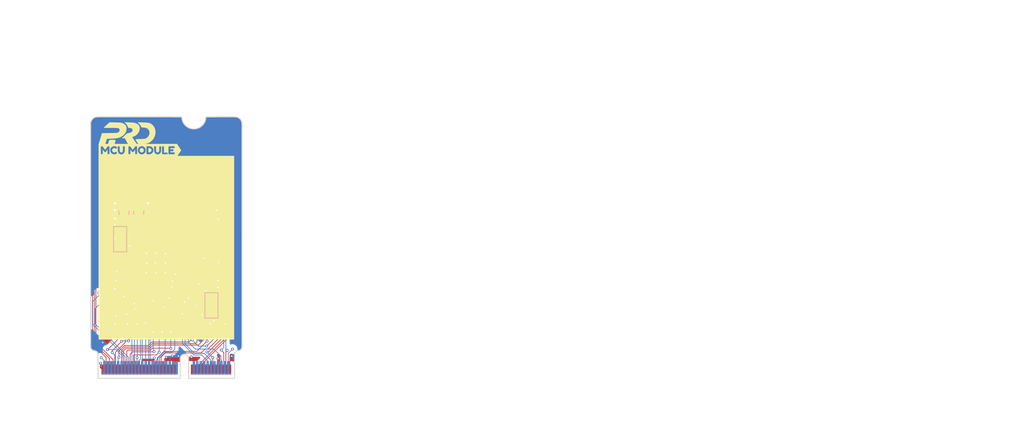
<source format=kicad_pcb>
(kicad_pcb (version 20221018) (generator pcbnew)
  (layers (0 "F.Cu" signal "Top") (1 "In1.Cu" signal) (2 "In2.Cu" signal) (31 "B.Cu" signal "Bottom") (34 "B.Paste" user) (35 "F.Paste" user) (36 "B.SilkS" user "B.Silkscreen") (37 "F.SilkS" user "F.Silkscreen") (38 "B.Mask" user) (39 "F.Mask" user) (44 "Edge.Cuts" user))
  (net 0 "")
  (net 1 "+3.3V")
  (net 2 "GND")
  (net 3 "/G5")
  (net 4 "/~{RESET}")
  (net 5 "/G6")
  (net 6 "/G7")
  (net 7 "/G8")
  (net 8 "/G9-CAM_HSYNC")
  (net 9 "/G10-CAM_VSYNC")
  (net 10 "/SPI_CIPO-LED_CLK")
  (net 11 "/SPI_COPI-LED_DAT")
  (net 12 "/SPI_SCK")
  (net 13 "/~{SPI_CS}")
  (net 14 "/G4")
  (net 15 "/G3")
  (net 16 "/G2")
  (net 17 "/CAN-TX")
  (net 18 "/G1")
  (net 19 "/CAN-RX")
  (net 20 "/UART_RX1")
  (net 21 "/UART_TX1")
  (net 22 "/I2C_SCL")
  (net 23 "/I2C_SDA")
  (net 24 "/~{BOOT}")
  (net 25 "/USB_D-")
  (net 26 "/USB_D+")
  (net 50 "/G12")
  (net 52 "/G13")
  (net 54 "/G14")
  (net 55 "/G15")
  (net 56 "/G16")
  (net 57 "/G17")
  (net 58 "/G18")
  (net 59 "/G19")
  (net 60 "/G20")
  (net 61 "/G21")
  (footprint "SparkFun_MicroMod_ESP32:M.2-CARD-E-22" (layer "F.Cu") (at 127.2611 122.905617)
    (fp_text reference "J1" hide)
    (fp_text value "MICROMOD-2222" hide)
  )
  (footprint "SparkFun_MicroMod_ESP32:ORDERING_INSTRUCTIONS" (layer "F.Cu") (at 150.2442 81.2342)
    (fp_text reference "LOGO1" hide)
    (fp_text value "SPECIAL_INSTRUCTIONS-ORDERING" hide)
  )
  (footprint "SparkFun_MicroMod_ESP32:CREATIVE_COMMONS" (layer "F.Cu") (at 166.6631 82.8842)
    (fp_text reference "FRAME1" hide)
    (fp_text value "FRAME-LEDGER" hide)
  )
  (footprint "kibuzzard-652F57BF" (layer "F.Cu") (at 123.42 89.76)
    (fp_text reference "kibuzzard-652F57BF" hide)
    (fp_text value "G***" hide)
  )
  (footprint "PCM_Espressif:ESP32-S3-WROOM-1" (layer "F.Cu") (at 127.27 106.67)
    (fp_text reference "U1" hide)
    (fp_text value "ESP32-S3-WROOM-1" hide)
  )
  (footprint "LOGO" (layer "F.Cu") (at 121.561914 87.265822)
    (fp_text reference "G***" hide)
    (fp_text value "LOGO" hide)
  )
  (footprint "Capacitor_SMD:C_0805_2012Metric_Pad1.18x1.45mm_HandSolder" (layer "B.Cu") (at 123.24 98.8375 90)
    (fp_text reference "C1" hide)
    (fp_text value "100nF" hide)
  )
  (footprint "PCM_Resistor_SMD_AKL:R_0805_2012Metric_Pad1.15x1.40mm_HandSolder" (layer "B.Cu") (at 120.55 102.68 90)
    (fp_text reference "R1" hide)
    (fp_text value "10K")
  )
  (footprint "Capacitor_SMD:C_0805_2012Metric_Pad1.18x1.45mm_HandSolder" (layer "B.Cu") (at 121.1 98.86 90)
    (fp_text reference "C2" hide)
    (fp_text value "10uF")
  )
  (footprint "PCM_Resistor_SMD_AKL:R_0805_2012Metric_Pad1.15x1.40mm_HandSolder" (layer "B.Cu") (at 133.82 112.31 -90)
    (fp_text reference "R2" hide)
    (fp_text value "10K")
  )
  (gr_rect (start 117.47 90.63) (end 137.06 117.22) (stroke (width 0.12)) (fill solid) (layer "F.SilkS"))
  (gr_line (start 137.1861 122.905617) (end 130.4861 122.905617) (stroke (width 0.127)) (layer "Edge.Cuts"))
  (gr_line (start 129.2861 120.005617) (end 129.2861 122.905617) (stroke (width 0.127)) (layer "Edge.Cuts"))
  (gr_line (start 117.3361 122.905617) (end 117.3361 119.405617) (stroke (width 0.127)) (layer "Edge.Cuts"))
  (gr_arc (start 116.8611 118.905617) (mid 117.194341 119.064663) (end 117.3361 119.405618) (stroke (width 0.127)) (layer "Edge.Cuts"))
  (gr_arc (start 116.2611 85.905617) (mid 116.5611 85.205618) (end 117.261099 84.905618) (stroke (width 0.127)) (layer "Edge.Cuts"))
  (gr_arc (start 138.261099 118.305618) (mid 138.080461 118.724979) (end 137.6611 118.905617) (stroke (width 0.127)) (layer "Edge.Cuts"))
  (gr_line (start 116.2611 101.905617) (end 116.2611 118.305617) (stroke (width 0.127)) (layer "Edge.Cuts"))
  (gr_line (start 138.2611 101.905617) (end 138.2611 118.305617) (stroke (width 0.127)) (layer "Edge.Cuts"))
  (gr_arc (start 133.0111 84.905617) (mid 131.2611 86.655617) (end 129.5111 84.905617) (stroke (width 0.127)) (layer "Edge.Cuts"))
  (gr_arc (start 137.1861 119.405617) (mid 137.326444 119.063319) (end 137.6611 118.905617) (stroke (width 0.127)) (layer "Edge.Cuts"))
  (gr_arc (start 129.2861 120.005617) (mid 129.8861 119.405617) (end 130.4861 120.005617) (stroke (width 0.127)) (layer "Edge.Cuts"))
  (gr_line (start 137.1861 119.405617) (end 137.1861 122.905617) (stroke (width 0.127)) (layer "Edge.Cuts"))
  (gr_line (start 129.5111 84.905617) (end 117.2611 84.905617) (stroke (width 0.127)) (layer "Edge.Cuts"))
  (gr_line (start 130.4861 120.005617) (end 130.4861 122.905617) (stroke (width 0.127)) (layer "Edge.Cuts"))
  (gr_arc (start 116.861098 118.905617) (mid 116.441737 118.724978) (end 116.2611 118.305617) (stroke (width 0.127)) (layer "Edge.Cuts"))
  (gr_line (start 137.2611 84.905617) (end 133.0111 84.905617) (stroke (width 0.127)) (layer "Edge.Cuts"))
  (gr_arc (start 137.2611 84.905617) (mid 137.9611 85.205617) (end 138.2611 85.905617) (stroke (width 0.127)) (layer "Edge.Cuts"))
  (gr_line (start 117.3361 122.905617) (end 129.2861 122.905617) (stroke (width 0.127)) (layer "Edge.Cuts"))
  (gr_line (start 116.2611 85.905617) (end 116.2611 101.905617) (stroke (width 0.127)) (layer "Edge.Cuts"))
  (gr_line (start 138.2611 85.905617) (end 138.2611 101.905617) (stroke (width 0.127)) (layer "Edge.Cuts"))
  (segment (start 119.82 99.68) (end 119.83 99.69) (width 0.2) (layer "F.Cu") (net 1))
  (segment (start 118.52 99.68) (end 119.82 99.68) (width 0.2) (layer "F.Cu") (net 1))
  (via (at 117.8 119.91) (size 0.4) (drill 0.2) (layers "F.Cu" "B.Cu") (net 1))
  (via (at 119.83 99.69) (size 0.5) (drill 0.3) (layers "F.Cu" "B.Cu") (net 1))
  (via (at 121.9 103.68) (size 0.4) (drill 0.2) (layers "F.Cu" "B.Cu") (net 1))
  (via (at 132.97 110.19) (size 0.4) (drill 0.2) (layers "F.Cu" "B.Cu") (net 1))
  (via (at 136.88 118.66) (size 0.4) (drill 0.2) (layers "F.Cu" "B.Cu") (net 1))
  (segment (start 123.2425 99.6275) (end 123.27 99.655) (width 0.2) (layer "B.Cu") (net 1))
  (segment (start 121.13 99.6275) (end 123.2425 99.6275) (width 0.2) (layer "B.Cu") (net 1))
  (segment (start 133.82 111.04) (end 132.97 110.19) (width 0.2) (layer "B.Cu") (net 1))
  (segment (start 120.9275 99.69) (end 120.98 99.6375) (width 0.2) (layer "B.Cu") (net 1))
  (segment (start 121.9 103.68) (end 121.875 103.705) (width 0.2) (layer "B.Cu") (net 1))
  (segment (start 133.82 111.285) (end 133.82 111.04) (width 0.1) (layer "B.Cu") (net 1))
  (segment (start 117.8 119.91) (end 118.2611 120.3711) (width 0.1) (layer "B.Cu") (net 1))
  (segment (start 118.2611 120.3711) (end 118.2611 121.380617) (width 0.1) (layer "B.Cu") (net 1))
  (segment (start 121.875 103.705) (end 120.55 103.705) (width 0.2) (layer "B.Cu") (net 1))
  (segment (start 136.2611 119.2789) (end 136.88 118.66) (width 0.1) (layer "B.Cu") (net 1))
  (segment (start 136.2611 121.380617) (end 136.2611 119.2789) (width 0.1) (layer "B.Cu") (net 1))
  (segment (start 119.83 99.69) (end 120.9275 99.69) (width 0.2) (layer "B.Cu") (net 1))
  (segment (start 134.65 98.41) (end 136.02 98.41) (width 0.1) (layer "F.Cu") (net 2))
  (segment (start 134.77 120.05) (end 135.0111 120.2911) (width 0.1) (layer "F.Cu") (net 2))
  (segment (start 127.11 104.74) (end 127.14 104.77) (width 0.2) (layer "F.Cu") (net 2))
  (segment (start 134.61 98.45) (end 134.65 98.41) (width 0.1) (layer "F.Cu") (net 2))
  (segment (start 125.5111 120.8889) (end 125.5111 121.630617) (width 0.1) (layer "F.Cu") (net 2))
  (segment (start 124.38 106.12) (end 124.37 106.13) (width 0.2) (layer "F.Cu") (net 2))
  (segment (start 127.14 104.77) (end 127.14 106.1) (width 0.2) (layer "F.Cu") (net 2))
  (segment (start 125.51 119.95) (end 125.51 120.8878) (width 0.1) (layer "F.Cu") (net 2))
  (segment (start 128.5111 120.1789) (end 128.5111 121.630617) (width 0.1) (layer "F.Cu") (net 2))
  (segment (start 127.25 119.84) (end 127.0111 120.0789) (width 0.1) (layer "F.Cu") (net 2))
  (segment (start 124.38 104.72) (end 125.76 104.72) (width 0.2) (layer "F.Cu") (net 2))
  (segment (start 124.37 107.53) (end 124.37 106.2) (width 0.2) (layer "F.Cu") (net 2))
  (segment (start 124.42 107.58) (end 124.37 107.53) (width 0.2) (layer "F.Cu") (net 2))
  (segment (start 125.76 104.72) (end 125.77 104.73) (width 0.2) (layer "F.Cu") (net 2))
  (segment (start 125.65 106.16) (end 125.68 106.13) (width 0.2) (layer "F.Cu") (net 2))
  (segment (start 124.37 106.2) (end 124.41 106.16) (width 0.2) (layer "F.Cu") (net 2))
  (segment (start 129.02 119.67) (end 128.5111 120.1789) (width 0.1) (layer "F.Cu") (net 2))
  (segment (start 127.17 107.53) (end 125.85 107.53) (width 0.2) (layer "F.Cu") (net 2))
  (segment (start 125.68 106.13) (end 125.68 107.44) (width 0.2) (layer "F.Cu") (net 2))
  (segment (start 125.68 106.13) (end 127.17 106.13) (width 0.2) (layer "F.Cu") (net 2))
  (segment (start 125.85 107.53) (end 125.8 107.58) (width 0.2) (layer "F.Cu") (net 2))
  (segment (start 117.7 121.319517) (end 118.0111 121.630617) (width 0.2) (layer "F.Cu") (net 2))
  (segment (start 119.79 98.44) (end 118.55 98.44) (width 0.2) (layer "F.Cu") (net 2))
  (segment (start 136.5111 119.9389) (end 136.5111 121.630617) (width 0.1) (layer "F.Cu") (net 2))
  (segment (start 124.38 104.72) (end 124.38 106.12) (width 0.2) (layer "F.Cu") (net 2))
  (segment (start 127.0111 120.0789) (end 127.0111 121.630617) (width 0.1) (layer "F.Cu") (net 2))
  (segment (start 136.77 119.68) (end 136.5111 119.9389) (width 0.1) (layer "F.Cu") (net 2))
  (segment (start 127.17 106.13) (end 127.17 107.53) (width 0.2) (layer "F.Cu") (net 2))
  (segment (start 125.51 120.8878) (end 125.5111 120.8889) (width 0.1) (layer "F.Cu") (net 2))
  (segment (start 125.77 106.13) (end 125.77 104.73) (width 0.2) (layer "F.Cu") (net 2))
  (segment (start 124.41 106.16) (end 125.65 106.16) (width 0.2) (layer "F.Cu") (net 2))
  (segment (start 125.68 107.44) (end 125.77 107.53) (width 0.2) (layer "F.Cu") (net 2))
  (segment (start 127.14 106.1) (end 127.17 106.13) (width 0.2) (layer "F.Cu") (net 2))
  (segment (start 135.0111 120.2911) (end 135.0111 121.630617) (width 0.1) (layer "F.Cu") (net 2))
  (segment (start 125.8 107.58) (end 124.42 107.58) (width 0.2) (layer "F.Cu") (net 2))
  (segment (start 118.55 98.44) (end 118.52 98.41) (width 0.2) (layer "F.Cu") (net 2))
  (segment (start 117.7 120.73) (end 117.7 121.319517) (width 0.2) (layer "F.Cu") (net 2))
  (segment (start 125.79 104.74) (end 127.11 104.74) (width 0.2) (layer "F.Cu") (net 2))
  (via (at 124.38 104.72) (size 0.4) (drill 0.2) (layers "F.Cu" "B.Cu") (net 2))
  (via (at 125.79 104.74) (size 0.4) (drill 0.2) (layers "F.Cu" "B.Cu") (net 2))
  (via (at 125.51 119.95) (size 0.4) (drill 0.2) (layers "F.Cu" "B.Cu") (net 2))
  (via (at 128.13 119.66) (size 0.4) (drill 0.2) (layers "F.Cu" "B.Cu") (net 2))
  (via (at 127.14 104.77) (size 0.4) (drill 0.2) (layers "F.Cu" "B.Cu") (net 2))
  (via (at 127.14 107.53) (size 0.4) (drill 0.2) (layers "F.Cu" "B.Cu") (net 2))
  (via (at 136.77 119.68) (size 0.4) (drill 0.2) (layers "F.Cu" "B.Cu") (net 2))
  (via (at 124.41 106.16) (size 0.4) (drill 0.2) (layers "F.Cu" "B.Cu") (net 2))
  (via (at 134.61 98.45) (size 0.4) (drill 0.2) (layers "F.Cu" "B.Cu") (net 2))
  (via (at 129.02 119.67) (size 0.4) (drill 0.2) (layers "F.Cu" "B.Cu") (net 2))
  (via (at 117.7 120.73) (size 0.4) (drill 0.2) (layers "F.Cu" "B.Cu") (net 2))
  (via (at 134.77 120.05) (size 0.4) (drill 0.2) (layers "F.Cu" "B.Cu") (net 2))
  (via (at 121.12 111.01) (size 0.4) (drill 0.2) (layers "F.Cu" "B.Cu") (net 2))
  (via (at 127.25 119.84) (size 0.4) (drill 0.2) (layers "F.Cu" "B.Cu") (net 2))
  (via (at 127.15 106.14) (size 0.4) (drill 0.2) (layers "F.Cu" "B.Cu") (net 2))
  (via (at 119.8 97.48) (size 0.5) (drill 0.3) (layers "F.Cu" "B.Cu") (net 2))
  (via (at 124.36 107.57) (size 0.4) (drill 0.2) (layers "F.Cu" "B.Cu") (net 2))
  (via (at 119.79 98.44) (size 0.5) (drill 0.3) (layers "F.Cu" "B.Cu") (net 2))
  (via (at 124.59 97.44) (size 0.5) (drill 0.3) (layers "F.Cu" "B.Cu") (net 2))
  (via (at 131.64 112.33) (size 0.4) (drill 0.2) (layers "F.Cu" "B.Cu") (net 2))
  (via (at 118.02 117.71) (size 0.4) (drill 0.2) (layers "F.Cu" "B.Cu") (net 2))
  (via (at 125.68 106.13) (size 0.4) (drill 0.2) (layers "F.Cu" "B.Cu") (net 2))
  (via (at 125.8 107.58) (size 0.4) (drill 0.2) (layers "F.Cu" "B.Cu") (net 2))
  (via (at 126.99 112.56) (size 0.4) (drill 0.2) (layers "F.Cu" "B.Cu") (net 2))
  (via (at 130.91 119.82) (size 0.4) (drill 0.2) (layers "F.Cu" "B.Cu") (net 2))
  (segment (start 124.59 97.44) (end 123.41 97.44) (width 0.2) (layer "B.Cu") (net 2))
  (segment (start 127.7611 120.0289) (end 127.7611 121.380617) (width 0.1) (layer "B.Cu") (net 2))
  (segment (start 119.8 97.48) (end 121.0575 97.48) (width 0.2) (layer "B.Cu") (net 2))
  (segment (start 128.13 119.66) (end 127.7611 120.0289) (width 0.1) (layer "B.Cu") (net 2))
  (segment (start 121.0575 97.48) (end 121.13 97.5525) (width 0.2) (layer "B.Cu") (net 2))
  (segment (start 123.41 97.44) (end 123.27 97.58) (width 0.2) (layer "B.Cu") (net 2))
  (segment (start 121.13 97.5525) (end 121.1575 97.58) (width 0.2) (layer "B.Cu") (net 2))
  (segment (start 121.1575 97.58) (end 123.27 97.58) (width 0.2) (layer "B.Cu") (net 2))
  (segment (start 116.53 117.9) (end 116.53 103.91) (width 0.1) (layer "F.Cu") (net 3))
  (segment (start 116.95 103.49) (end 118.52 103.49) (width 0.1) (layer "F.Cu") (net 3))
  (segment (start 116.53 103.91) (end 116.95 103.49) (width 0.1) (layer "F.Cu") (net 3))
  (segment (start 118.5111 119.8811) (end 116.53 117.9) (width 0.1) (layer "F.Cu") (net 3))
  (segment (start 118.5111 121.630617) (end 118.5111 119.8811) (width 0.1) (layer "F.Cu") (net 3))
  (segment (start 120.72 101.52) (end 119.77 100.57) (width 0.1) (layer "F.Cu") (net 4))
  (segment (start 124.58 109.61) (end 120.72 105.75) (width 0.1) (layer "F.Cu") (net 4))
  (segment (start 128.1 109.61) (end 124.58 109.61) (width 0.1) (layer "F.Cu") (net 4))
  (segment (start 130.46 111.21) (end 127.7 111.21) (width 0.1) (layer "F.Cu") (net 4))
  (segment (start 119.39 100.95) (end 118.52 100.95) (width 0.1) (layer "F.Cu") (net 4))
  (segment (start 119.77 100.57) (end 119.39 100.95) (width 0.1) (layer "F.Cu") (net 4))
  (segment (start 120.72 105.75) (end 120.72 101.52) (width 0.1) (layer "F.Cu") (net 4))
  (via (at 130.46 111.21) (size 0.4) (drill 0.2) (layers "F.Cu" "B.Cu") (net 4))
  (via (at 128.1 109.61) (size 0.4) (drill 0.2) (layers "F.Cu" "B.Cu") (net 4))
  (via (at 119.77 100.57) (size 0.4) (drill 0.2) (layers "F.Cu" "B.Cu") (net 4))
  (via (at 127.7 111.21) (size 0.4) (drill 0.2) (layers "F.Cu" "B.Cu") (net 4))
  (segment (start 135.1841 119.6741) (end 135.1841 120.228617) (width 0.1) (layer "B.Cu") (net 4))
  (segment (start 130.47 111.22) (end 130.46 111.21) (width 0.1) (layer "B.Cu") (net 4))
  (segment (start 130.47 113.27) (end 130.47 111.22) (width 0.1) (layer "B.Cu") (net 4))
  (segment (start 119.77 100.875) (end 120.55 101.655) (width 0.1) (layer "B.Cu") (net 4))
  (segment (start 130.46 117.66) (end 131.46 118.66) (width 0.1) (layer "B.Cu") (net 4))
  (segment (start 127.7 111.21) (end 127.7 110.01) (width 0.1) (layer "B.Cu") (net 4))
  (segment (start 135.2611 120.305617) (end 135.2611 121.380617) (width 0.1) (layer "B.Cu") (net 4))
  (segment (start 130.47 113.27) (end 130.46 113.28) (width 0.1) (layer "B.Cu") (net 4))
  (segment (start 135.1841 120.228617) (end 135.2611 120.305617) (width 0.1) (layer "B.Cu") (net 4))
  (segment (start 134.17 118.66) (end 135.1841 119.6741) (width 0.1) (layer "B.Cu") (net 4))
  (segment (start 130.46 113.28) (end 130.46 117.66) (width 0.1) (layer "B.Cu") (net 4))
  (segment (start 131.46 118.66) (end 134.17 118.66) (width 0.1) (layer "B.Cu") (net 4))
  (segment (start 127.7 110.01) (end 128.1 109.61) (width 0.1) (layer "B.Cu") (net 4))
  (segment (start 119.77 100.57) (end 119.77 100.875) (width 0.1) (layer "B.Cu") (net 4))
  (segment (start 119.0111 120.0411) (end 116.79 117.82) (width 0.1) (layer "F.Cu") (net 5))
  (segment (start 116.79 104.85) (end 116.88 104.76) (width 0.1) (layer "F.Cu") (net 5))
  (segment (start 116.88 104.76) (end 118.52 104.76) (width 0.1) (layer "F.Cu") (net 5))
  (segment (start 116.79 117.82) (end 116.79 104.85) (width 0.1) (layer "F.Cu") (net 5))
  (segment (start 119.0111 121.630617) (end 119.0111 120.0411) (width 0.1) (layer "F.Cu") (net 5))
  (segment (start 117.017 117.69) (end 117.017 106.1) (width 0.1) (layer "F.Cu") (net 6))
  (segment (start 117.087 106.03) (end 118.52 106.03) (width 0.1) (layer "F.Cu") (net 6))
  (segment (start 119.5111 120.1841) (end 117.017 117.69) (width 0.1) (layer "F.Cu") (net 6))
  (segment (start 119.5111 121.630617) (end 119.5111 120.1841) (width 0.1) (layer "F.Cu") (net 6))
  (segment (start 117.017 106.1) (end 117.087 106.03) (width 0.1) (layer "F.Cu") (net 6))
  (segment (start 121.555 116.17) (end 121.29 116.435) (width 0.1) (layer "F.Cu") (net 7))
  (segment (start 119.8631 119.123822) (end 119.8631 121.482617) (width 0.1) (layer "F.Cu") (net 7))
  (segment (start 121.29 117.696922) (end 119.8631 119.123822) (width 0.1) (layer "F.Cu") (net 7))
  (segment (start 119.8631 121.482617) (end 120.0111 121.630617) (width 0.1) (layer "F.Cu") (net 7))
  (segment (start 121.29 116.435) (end 121.29 117.696922) (width 0.1) (layer "F.Cu") (net 7))
  (segment (start 120.6591 121.482617) (end 120.6591 120.728617) (width 0.1) (layer "F.Cu") (net 8))
  (segment (start 120.7841 118.844874) (end 121.256973 118.372001) (width 0.1) (layer "F.Cu") (net 8))
  (segment (start 120.7841 120.603617) (end 120.7841 118.844874) (width 0.1) (layer "F.Cu") (net 8))
  (segment (start 120.5111 121.630617) (end 120.6591 121.482617) (width 0.1) (layer "F.Cu") (net 8))
  (segment (start 120.6591 120.728617) (end 120.7841 120.603617) (width 0.1) (layer "F.Cu") (net 8))
  (segment (start 121.256973 118.372001) (end 124.746644 118.372) (width 0.1) (layer "F.Cu") (net 8))
  (segment (start 125.267644 117.851) (end 131.509 117.851) (width 0.1) (layer "F.Cu") (net 8))
  (segment (start 131.715 117.645) (end 131.715 116.17) (width 0.1) (layer "F.Cu") (net 8))
  (segment (start 124.746644 118.372) (end 125.267644 117.851) (width 0.1) (layer "F.Cu") (net 8))
  (segment (start 131.509 117.851) (end 131.715 117.645) (width 0.1) (layer "F.Cu") (net 8))
  (segment (start 125.36167 118.078) (end 131.912 118.078) (width 0.1) (layer "F.Cu") (net 9))
  (segment (start 121.0111 121.630617) (end 121.0111 118.9389) (width 0.1) (layer "F.Cu") (net 9))
  (segment (start 131.912 118.078) (end 132.985 117.005) (width 0.1) (layer "F.Cu") (net 9))
  (segment (start 121.0111 118.9389) (end 121.351 118.599) (width 0.1) (layer "F.Cu") (net 9))
  (segment (start 124.84067 118.599) (end 125.36167 118.078) (width 0.1) (layer "F.Cu") (net 9))
  (segment (start 121.351 118.599) (end 124.84067 118.599) (width 0.1) (layer "F.Cu") (net 9))
  (segment (start 132.985 117.005) (end 132.985 116.17) (width 0.1) (layer "F.Cu") (net 9))
  (segment (start 121.654 118.826) (end 121.5111 118.9689) (width 0.1) (layer "F.Cu") (net 10))
  (segment (start 121.5111 118.9689) (end 121.5111 121.630617) (width 0.1) (layer "F.Cu") (net 10))
  (segment (start 127.873 118.533) (end 125.227696 118.533) (width 0.1) (layer "F.Cu") (net 10))
  (segment (start 124.934696 118.826) (end 121.654 118.826) (width 0.1) (layer "F.Cu") (net 10))
  (segment (start 125.227696 118.533) (end 124.934696 118.826) (width 0.1) (layer "F.Cu") (net 10))
  (segment (start 127.91 118.57) (end 127.873 118.533) (width 0.1) (layer "F.Cu") (net 10))
  (via (at 127.91 118.57) (size 0.4) (drill 0.2) (layers "F.Cu" "B.Cu") (net 10))
  (via (at 127.905 116.17) (size 0.4) (drill 0.2) (layers "F.Cu" "B.Cu") (net 10))
  (segment (start 127.91 118.57) (end 127.905 118.565) (width 0.1) (layer "B.Cu") (net 10))
  (segment (start 127.905 118.565) (end 127.905 116.17) (width 0.1) (layer "B.Cu") (net 10))
  (segment (start 122.347 119.053) (end 122.0111 119.3889) (width 0.1) (layer "F.Cu") (net 11))
  (segment (start 125.407 119.053) (end 122.347 119.053) (width 0.1) (layer "F.Cu") (net 11))
  (segment (start 122.0111 119.3889) (end 122.0111 121.630617) (width 0.1) (layer "F.Cu") (net 11))
  (segment (start 125.46 119) (end 125.407 119.053) (width 0.1) (layer "F.Cu") (net 11))
  (via (at 125.46 119) (size 0.4) (drill 0.2) (layers "F.Cu" "B.Cu") (net 11))
  (via (at 125.365 116.17) (size 0.4) (drill 0.2) (layers "F.Cu" "B.Cu") (net 11))
  (segment (start 125.365 118.905) (end 125.365 116.17) (width 0.1) (layer "B.Cu") (net 11))
  (segment (start 125.46 119) (end 125.365 118.905) (width 0.1) (layer "B.Cu") (net 11))
  (segment (start 122.54 119.51) (end 122.5111 119.5389) (width 0.1) (layer "F.Cu") (net 12))
  (segment (start 122.5111 119.5389) (end 122.5111 121.630617) (width 0.1) (layer "F.Cu") (net 12))
  (segment (start 126.22 119.11) (end 125.82 119.51) (width 0.1) (layer "F.Cu") (net 12))
  (segment (start 125.82 119.51) (end 122.54 119.51) (width 0.1) (layer "F.Cu") (net 12))
  (via (at 126.635 116.17) (size 0.4) (drill 0.2) (layers "F.Cu" "B.Cu") (net 12))
  (via (at 126.22 119.11) (size 0.4) (drill 0.2) (layers "F.Cu" "B.Cu") (net 12))
  (segment (start 126.22 119.11) (end 126.22 116.585) (width 0.1) (layer "B.Cu") (net 12))
  (segment (start 126.22 116.585) (end 126.635 116.17) (width 0.1) (layer "B.Cu") (net 12))
  (segment (start 124.095 115.886) (end 124.095 116.17) (width 0.1) (layer "F.Cu") (net 13))
  (segment (start 123.189 114.98) (end 124.095 115.886) (width 0.1) (layer "F.Cu") (net 13))
  (segment (start 123.04 114.98) (end 123.189 114.98) (width 0.1) (layer "F.Cu") (net 13))
  (segment (start 123.0111 119.91) (end 123.0111 121.630617) (width 0.1) (layer "F.Cu") (net 13))
  (via (at 123.04 114.98) (size 0.4) (drill 0.2) (layers "F.Cu" "B.Cu") (net 13))
  (via (at 123.0111 119.91) (size 0.4) (drill 0.2) (layers "F.Cu" "B.Cu") (net 13))
  (segment (start 123.0111 119.91) (end 123.04 119.8811) (width 0.1) (layer "B.Cu") (net 13))
  (segment (start 123.04 119.8811) (end 123.04 114.98) (width 0.1) (layer "B.Cu") (net 13))
  (segment (start 119.42 102.22) (end 118.52 102.22) (width 0.1) (layer "F.Cu") (net 14))
  (segment (start 119.78 102.58) (end 119.42 102.22) (width 0.1) (layer "F.Cu") (net 14))
  (via (at 119.78 102.58) (size 0.4) (drill 0.2) (layers "F.Cu" "B.Cu") (net 14))
  (segment (start 124.7611 120.305617) (end 124.683 120.227517) (width 0.1) (layer "B.Cu") (net 14))
  (segment (start 122.8 102.87) (end 120.07 102.87) (width 0.1) (layer "B.Cu") (net 14))
  (segment (start 124.683 120.227517) (end 124.683 109.143) (width 0.1) (layer "B.Cu") (net 14))
  (segment (start 124.7611 121.380617) (end 124.7611 120.305617) (width 0.1) (layer "B.Cu") (net 14))
  (segment (start 123.64 108.1) (end 123.64 103.71) (width 0.1) (layer "B.Cu") (net 14))
  (segment (start 124.683 109.143) (end 123.64 108.1) (width 0.1) (layer "B.Cu") (net 14))
  (segment (start 123.64 103.71) (end 122.8 102.87) (width 0.1) (layer "B.Cu") (net 14))
  (segment (start 120.07 102.87) (end 119.78 102.58) (width 0.1) (layer "B.Cu") (net 14))
  (segment (start 134.89 106.03) (end 136.02 106.03) (width 0.1) (layer "F.Cu") (net 15))
  (segment (start 130.402902 107.74) (end 132.686451 105.456451) (width 0.1) (layer "F.Cu") (net 15))
  (segment (start 134.85 106.07) (end 134.89 106.03) (width 0.1) (layer "F.Cu") (net 15))
  (segment (start 128.54 107.74) (end 130.402902 107.74) (width 0.1) (layer "F.Cu") (net 15))
  (via (at 132.686451 105.456451) (size 0.4) (drill 0.2) (layers "F.Cu" "B.Cu") (net 15))
  (via (at 128.54 107.74) (size 0.4) (drill 0.2) (layers "F.Cu" "B.Cu") (net 15))
  (via (at 134.85 106.07) (size 0.4) (drill 0.2) (layers "F.Cu" "B.Cu") (net 15))
  (segment (start 132.686451 105.456451) (end 134.236451 105.456451) (width 0.1) (layer "B.Cu") (net 15))
  (segment (start 124.91 120) (end 124.91 111.37) (width 0.1) (layer "B.Cu") (net 15))
  (segment (start 124.91 111.37) (end 128.54 107.74) (width 0.1) (layer "B.Cu") (net 15))
  (segment (start 125.2611 120.3511) (end 124.91 120) (width 0.1) (layer "B.Cu") (net 15))
  (segment (start 125.2611 121.380617) (end 125.2611 120.3511) (width 0.1) (layer "B.Cu") (net 15))
  (segment (start 134.236451 105.456451) (end 134.85 106.07) (width 0.1) (layer "B.Cu") (net 15))
  (segment (start 134.89 99.68) (end 136.02 99.68) (width 0.1) (layer "F.Cu") (net 16))
  (segment (start 134.8 99.77) (end 134.89 99.68) (width 0.1) (layer "F.Cu") (net 16))
  (via (at 134.8 99.77) (size 0.4) (drill 0.2) (layers "F.Cu" "B.Cu") (net 16))
  (segment (start 127.32 115.81) (end 128.95 114.18) (width 0.1) (layer "B.Cu") (net 16))
  (segment (start 128.95 114.18) (end 128.95 103.81) (width 0.1) (layer "B.Cu") (net 16))
  (segment (start 134.69 99.88) (end 134.8 99.77) (width 0.1) (layer "B.Cu") (net 16))
  (segment (start 125.94 120.14) (end 125.94 119.958974) (width 0.1) (layer "B.Cu") (net 16))
  (segment (start 128.95 103.81) (end 132.88 99.88) (width 0.1) (layer "B.Cu") (net 16))
  (segment (start 125.7611 121.380617) (end 125.7611 120.3189) (width 0.1) (layer "B.Cu") (net 16))
  (segment (start 127.09 117.36) (end 127.32 117.13) (width 0.1) (layer "B.Cu") (net 16))
  (segment (start 127.09 118.808974) (end 127.09 117.36) (width 0.1) (layer "B.Cu") (net 16))
  (segment (start 127.32 117.13) (end 127.32 115.81) (width 0.1) (layer "B.Cu") (net 16))
  (segment (start 125.7611 120.3189) (end 125.94 120.14) (width 0.1) (layer "B.Cu") (net 16))
  (segment (start 125.94 119.958974) (end 127.09 118.808974) (width 0.1) (layer "B.Cu") (net 16))
  (segment (start 132.88 99.88) (end 134.69 99.88) (width 0.1) (layer "B.Cu") (net 16))
  (segment (start 126.02 120.312196) (end 126.02 119.96) (width 0.1) (layer "F.Cu") (net 17))
  (segment (start 132.48 106.45) (end 134.17 104.76) (width 0.1) (layer "F.Cu") (net 17))
  (segment (start 132.48 113.7) (end 132.48 106.45) (width 0.1) (layer "F.Cu") (net 17))
  (segment (start 126.0111 121.630617) (end 126.0111 120.321096) (width 0.1) (layer "F.Cu") (net 17))
  (segment (start 126.0111 120.321096) (end 126.02 120.312196) (width 0.1) (layer "F.Cu") (net 17))
  (segment (start 126.02 119.96) (end 126.987 118.993) (width 0.1) (layer "F.Cu") (net 17))
  (segment (start 126.987 118.993) (end 131.677 118.993) (width 0.1) (layer "F.Cu") (net 17))
  (segment (start 134.17 104.76) (end 136.02 104.76) (width 0.1) (layer "F.Cu") (net 17))
  (segment (start 131.677 118.993) (end 133.18 117.49) (width 0.1) (layer "F.Cu") (net 17))
  (via (at 133.18 117.49) (size 0.4) (drill 0.2) (layers "F.Cu" "B.Cu") (net 17))
  (via (at 132.48 113.7) (size 0.4) (drill 0.2) (layers "F.Cu" "B.Cu") (net 17))
  (segment (start 133.18 114.4) (end 132.48 113.7) (width 0.1) (layer "B.Cu") (net 17))
  (segment (start 133.18 117.49) (end 133.18 114.4) (width 0.1) (layer "B.Cu") (net 17))
  (segment (start 134.94 109.84) (end 136.02 109.84) (width 0.1) (layer "F.Cu") (net 18))
  (segment (start 134.77 109.67) (end 134.94 109.84) (width 0.1) (layer "F.Cu") (net 18))
  (via (at 134.77 109.67) (size 0.4) (drill 0.2) (layers "F.Cu" "B.Cu") (net 18))
  (segment (start 132.89 109.67) (end 134.77 109.67) (width 0.1) (layer "B.Cu") (net 18))
  (segment (start 126.2611 119.9589) (end 127.13 119.09) (width 0.1) (layer "B.Cu") (net 18))
  (segment (start 131.8 110.76) (end 132.89 109.67) (width 0.1) (layer "B.Cu") (net 18))
  (segment (start 127.13 119.09) (end 128.07 119.09) (width 0.1) (layer "B.Cu") (net 18))
  (segment (start 128.49 114.961026) (end 129.177 114.274026) (width 0.1) (layer "B.Cu") (net 18))
  (segment (start 129.177 114.274026) (end 129.177 111.253) (width 0.1) (layer "B.Cu") (net 18))
  (segment (start 128.49 118.67) (end 128.49 114.961026) (width 0.1) (layer "B.Cu") (net 18))
  (segment (start 128.07 119.09) (end 128.49 118.67) (width 0.1) (layer "B.Cu") (net 18))
  (segment (start 126.2611 121.380617) (end 126.2611 119.9589) (width 0.1) (layer "B.Cu") (net 18))
  (segment (start 129.67 110.76) (end 131.8 110.76) (width 0.1) (layer "B.Cu") (net 18))
  (segment (start 129.177 111.253) (end 129.67 110.76) (width 0.1) (layer "B.Cu") (net 18))
  (segment (start 126.5111 121.630617) (end 126.5111 119.821096) (width 0.1) (layer "F.Cu") (net 19))
  (segment (start 132.88 118.67) (end 133.309 118.67) (width 0.1) (layer "F.Cu") (net 19))
  (segment (start 134.882 117.097) (end 134.882 111.372) (width 0.1) (layer "F.Cu") (net 19))
  (segment (start 132.86 108.04) (end 133.6 107.3) (width 0.1) (layer "F.Cu") (net 19))
  (segment (start 132.86 109.35) (end 132.86 108.04) (width 0.1) (layer "F.Cu") (net 19))
  (segment (start 134.882 111.372) (end 132.86 109.35) (width 0.1) (layer "F.Cu") (net 19))
  (segment (start 133.309 118.67) (end 134.882 117.097) (width 0.1) (layer "F.Cu") (net 19))
  (segment (start 132.33 119.22) (end 132.88 118.67) (width 0.1) (layer "F.Cu") (net 19))
  (segment (start 127.112196 119.22) (end 132.33 119.22) (width 0.1) (layer "F.Cu") (net 19))
  (segment (start 126.5111 119.821096) (end 127.112196 119.22) (width 0.1) (layer "F.Cu") (net 19))
  (segment (start 133.6 107.3) (end 136.02 107.3) (width 0.1) (layer "F.Cu") (net 19))
  (segment (start 132.0111 120.9089) (end 137.31 115.61) (width 0.1) (layer "F.Cu") (net 20))
  (segment (start 137.31 104.52) (end 136.28 103.49) (width 0.1) (layer "F.Cu") (net 20))
  (segment (start 132.0111 121.630617) (end 132.0111 120.9089) (width 0.1) (layer "F.Cu") (net 20))
  (segment (start 137.31 115.61) (end 137.31 104.52) (width 0.1) (layer "F.Cu") (net 20))
  (segment (start 136.28 103.49) (end 136.02 103.49) (width 0.1) (layer "F.Cu") (net 20))
  (segment (start 136.65 102.22) (end 136.02 102.22) (width 0.1) (layer "F.Cu") (net 21))
  (segment (start 132.5111 121.630617) (end 132.5111 120.7589) (width 0.1) (layer "F.Cu") (net 21))
  (segment (start 137.537 103.107) (end 136.65 102.22) (width 0.1) (layer "F.Cu") (net 21))
  (segment (start 132.5111 120.7589) (end 137.537 115.733) (width 0.1) (layer "F.Cu") (net 21))
  (segment (start 137.537 115.733) (end 137.537 103.107) (width 0.1) (layer "F.Cu") (net 21))
  (segment (start 129.4 113.69) (end 121.5435 113.69) (width 0.1) (layer "F.Cu") (net 22))
  (segment (start 122.825 115.87) (end 122.825 116.17) (width 0.1) (layer "F.Cu") (net 22))
  (segment (start 121.925 114.97) (end 122.825 115.87) (width 0.1) (layer "F.Cu") (net 22))
  (segment (start 121.5435 113.69) (end 121.47 113.6165) (width 0.1) (layer "F.Cu") (net 22))
  (segment (start 129.58 113.51) (end 129.4 113.69) (width 0.1) (layer "F.Cu") (net 22))
  (segment (start 121.64 114.97) (end 121.925 114.97) (width 0.1) (layer "F.Cu") (net 22))
  (via (at 121.64 114.97) (size 0.4) (drill 0.2) (layers "F.Cu" "B.Cu") (net 22))
  (via (at 129.58 113.51) (size 0.4) (drill 0.2) (layers "F.Cu" "B.Cu") (net 22))
  (via (at 121.47 113.6165) (size 0.4) (drill 0.2) (layers "F.Cu" "B.Cu") (net 22))
  (segment (start 132.404483 119.52) (end 133.2611 120.376617) (width 0.1) (layer "B.Cu") (net 22))
  (segment (start 121.47 114.8) (end 121.64 114.97) (width 0.1) (layer "B.Cu") (net 22))
  (segment (start 129.58 113.51) (end 129.59 113.52) (width 0.1) (layer "B.Cu") (net 22))
  (segment (start 133.2611 120.376617) (end 133.2611 121.380617) (width 0.1) (layer "B.Cu") (net 22))
  (segment (start 121.47 113.6165) (end 121.47 114.8) (width 0.1) (layer "B.Cu") (net 22))
  (segment (start 129.59 117.84) (end 131.27 119.52) (width 0.1) (layer "B.Cu") (net 22))
  (segment (start 131.27 119.52) (end 132.404483 119.52) (width 0.1) (layer "B.Cu") (net 22))
  (segment (start 129.59 113.52) (end 129.59 117.84) (width 0.1) (layer "B.Cu") (net 22))
  (segment (start 122.865054 113.35) (end 122.715054 113.2) (width 0.1) (layer "F.Cu") (net 23))
  (segment (start 120.12 113.2) (end 119.3 112.38) (width 0.1) (layer "F.Cu") (net 23))
  (segment (start 128.45 113.35) (end 122.865054 113.35) (width 0.1) (layer "F.Cu") (net 23))
  (segment (start 119.3 112.38) (end 118.52 112.38) (width 0.1) (layer "F.Cu") (net 23))
  (segment (start 129.96 111.84) (end 128.45 113.35) (width 0.1) (layer "F.Cu") (net 23))
  (segment (start 122.715054 113.2) (end 120.12 113.2) (width 0.1) (layer "F.Cu") (net 23))
  (via (at 129.96 111.84) (size 0.4) (drill 0.2) (layers "F.Cu" "B.Cu") (net 23))
  (segment (start 133.7611 120.2811) (end 133.7611 121.380617) (width 0.1) (layer "B.Cu") (net 23))
  (segment (start 131.364026 119.293) (end 132.773 119.293) (width 0.1) (layer "B.Cu") (net 23))
  (segment (start 129.99 111.87) (end 129.99 117.918974) (width 0.1) (layer "B.Cu") (net 23))
  (segment (start 129.96 111.84) (end 129.99 111.87) (width 0.1) (layer "B.Cu") (net 23))
  (segment (start 129.99 117.918974) (end 131.364026 119.293) (width 0.1) (layer "B.Cu") (net 23))
  (segment (start 132.773 119.293) (end 133.7611 120.2811) (width 0.1) (layer "B.Cu") (net 23))
  (segment (start 134.0111 119.89) (end 134.0111 121.630617) (width 0.1) (layer "F.Cu") (net 24))
  (segment (start 133.16 119.08) (end 133.37 119.08) (width 0.1) (layer "F.Cu") (net 24))
  (segment (start 136.02 116.43) (end 135.87 114.99) (width 0.1) (layer "F.Cu") (net 24))
  (segment (start 135.87 114.99) (end 136.02 114.92) (width 0.1) (layer "F.Cu") (net 24))
  (segment (start 133.37 119.08) (end 136.02 116.43) (width 0.1) (layer "F.Cu") (net 24))
  (via (at 134.0111 119.89) (size 0.4) (drill 0.2) (layers "F.Cu" "B.Cu") (net 24))
  (via (at 133.16 119.08) (size 0.4) (drill 0.2) (layers "F.Cu" "B.Cu") (net 24))
  (via (at 135.87 114.99) (size 0.4) (drill 0.2) (layers "F.Cu" "B.Cu") (net 24))
  (segment (start 135.87 114.99) (end 135.475 114.99) (width 0.1) (layer "B.Cu") (net 24))
  (segment (start 133.16 119.08) (end 133.2011 119.08) (width 0.1) (layer "B.Cu") (net 24))
  (segment (start 133.2011 119.08) (end 134.0111 119.89) (width 0.1) (layer "B.Cu") (net 24))
  (segment (start 135.475 114.99) (end 133.82 113.335) (width 0.1) (layer "B.Cu") (net 24))
  (segment (start 118.82 113.65) (end 118.52 113.65) (width 0.1) (layer "F.Cu") (net 25))
  (segment (start 119.633 114.463) (end 118.82 113.65) (width 0.1) (layer "F.Cu") (net 25))
  (segment (start 133.672512 114.997488) (end 133.672512 114.714645) (width 0.1) (layer "F.Cu") (net 25))
  (segment (start 128.186026 114.56) (end 128.089026 114.463) (width 0.1) (layer "F.Cu") (net 25))
  (segment (start 135.611099 119.181099) (end 135.611099 121.530618) (width 0.1) (layer "F.Cu") (net 25))
  (segment (start 135.611099 121.530618) (end 135.5111 121.630617) (width 0.1) (layer "F.Cu") (net 25))
  (segment (start 133.517867 114.56) (end 128.186026 114.56) (width 0.1) (layer "F.Cu") (net 25))
  (segment (start 128.089026 114.463) (end 119.633 114.463) (width 0.1) (layer "F.Cu") (net 25))
  (segment (start 135.24 118.81) (end 135.611099 119.181099) (width 0.1) (layer "F.Cu") (net 25))
  (segment (start 133.672512 114.714645) (end 133.517867 114.56) (width 0.1) (layer "F.Cu") (net 25))
  (via (at 133.672512 114.997488) (size 0.4) (drill 0.2) (layers "F.Cu" "B.Cu") (net 25))
  (via (at 135.24 118.81) (size 0.4) (drill 0.2) (layers "F.Cu" "B.Cu") (net 25))
  (segment (start 135.611099 116.653232) (end 133.955355 114.997488) (width 0.1) (layer "B.Cu") (net 25))
  (segment (start 135.24 118.81) (end 135.611099 118.438901) (width 0.1) (layer "B.Cu") (net 25))
  (segment (start 133.955355 114.997488) (end 133.672512 114.997488) (width 0.1) (layer "B.Cu") (net 25))
  (segment (start 135.611099 118.438901) (end 135.611099 116.653232) (width 0.1) (layer "B.Cu") (net 25))
  (segment (start 135.911101 121.530618) (end 136.0111 121.630617) (width 0.1) (layer "F.Cu") (net 26))
  (segment (start 120.38 114.23) (end 133.894976 114.23) (width 0.1) (layer "F.Cu") (net 26))
  (segment (start 119.78 114.92) (end 118.52 114.92) (width 0.1) (layer "F.Cu") (net 26))
  (segment (start 119.85 114.99) (end 119.78 114.92) (width 0.1) (layer "F.Cu") (net 26))
  (segment (start 133.894976 114.23) (end 134.167488 114.502512) (width 0.1) (layer "F.Cu") (net 26))
  (segment (start 119.95 113.8) (end 120.38 114.23) (width 0.1) (layer "F.Cu") (net 26))
  (segment (start 135.911101 119.028899) (end 135.911101 121.530618) (width 0.1) (layer "F.Cu") (net 26))
  (segment (start 136.09 118.85) (end 135.911101 119.028899) (width 0.1) (layer "F.Cu") (net 26))
  (via (at 119.95 113.8) (size 0.4) (drill 0.2) (layers "F.Cu" "B.Cu") (net 26))
  (via (at 134.167488 114.502512) (size 0.4) (drill 0.2) (layers "F.Cu" "B.Cu") (net 26))
  (via (at 119.85 114.99) (size 0.4) (drill 0.2) (layers "F.Cu" "B.Cu") (net 26))
  (via (at 136.09 118.85) (size 0.4) (drill 0.2) (layers "F.Cu" "B.Cu") (net 26))
  (segment (start 135.911101 118.671101) (end 135.911101 116.528968) (width 0.1) (layer "B.Cu") (net 26))
  (segment (start 119.85 114.99) (end 119.95 114.89) (width 0.1) (layer "B.Cu") (net 26))
  (segment (start 136.09 118.85) (end 135.911101 118.671101) (width 0.1) (layer "B.Cu") (net 26))
  (segment (start 135.911101 116.528968) (end 134.167488 114.785355) (width 0.1) (layer "B.Cu") (net 26))
  (segment (start 119.95 114.89) (end 119.95 113.8) (width 0.1) (layer "B.Cu") (net 26))
  (segment (start 134.167488 114.785355) (end 134.167488 114.502512) (width 0.1) (layer "B.Cu") (net 26))
  (segment (start 124.3985 114.7115) (end 128.0165 114.7115) (width 0.1) (layer "F.Cu") (net 50))
  (segment (start 129.175 115.87) (end 129.175 116.17) (width 0.1) (layer "F.Cu") (net 50))
  (segment (start 124.23 114.88) (end 124.3985 114.7115) (width 0.1) (layer "F.Cu") (net 50))
  (segment (start 128.0165 114.7115) (end 129.175 115.87) (width 0.1) (layer "F.Cu") (net 50))
  (via (at 124.23 114.88) (size 0.4) (drill 0.2) (layers "F.Cu" "B.Cu") (net 50))
  (segment (start 124.267 121.374717) (end 124.2611 121.380617) (width 0.1) (layer "B.Cu") (net 50))
  (segment (start 124.23 115.628974) (end 124.267 115.665974) (width 0.1) (layer "B.Cu") (net 50))
  (segment (start 124.23 114.88) (end 124.23 115.628974) (width 0.1) (layer "B.Cu") (net 50))
  (segment (start 124.267 115.665974) (end 124.267 121.374717) (width 0.1) (layer "B.Cu") (net 50))
  (segment (start 120.05 107.39) (end 119.96 107.3) (width 0.1) (layer "F.Cu") (net 52))
  (segment (start 119.96 107.3) (end 118.52 107.3) (width 0.1) (layer "F.Cu") (net 52))
  (via (at 120.05 107.39) (size 0.4) (drill 0.2) (layers "F.Cu" "B.Cu") (net 52))
  (segment (start 123.7611 111.1011) (end 120.05 107.39) (width 0.1) (layer "B.Cu") (net 52))
  (segment (start 123.7611 121.380617) (end 123.7611 111.1011) (width 0.1) (layer "B.Cu") (net 52))
  (segment (start 119.86 108.57) (end 118.52 108.57) (width 0.1) (layer "F.Cu") (net 54))
  (segment (start 119.97 108.68) (end 119.86 108.57) (width 0.1) (layer "F.Cu") (net 54))
  (via (at 119.97 108.68) (size 0.4) (drill 0.2) (layers "F.Cu" "B.Cu") (net 54))
  (segment (start 123.5 120.11) (end 123.5 111.161026) (width 0.1) (layer "B.Cu") (net 54))
  (segment (start 123.2611 121.380617) (end 123.2611 120.3489) (width 0.1) (layer "B.Cu") (net 54))
  (segment (start 121.018974 108.68) (end 119.97 108.68) (width 0.1) (layer "B.Cu") (net 54))
  (segment (start 123.5 111.161026) (end 121.018974 108.68) (width 0.1) (layer "B.Cu") (net 54))
  (segment (start 123.2611 120.3489) (end 123.5 120.11) (width 0.1) (layer "B.Cu") (net 54))
  (segment (start 134.61 100.95) (end 136.02 100.95) (width 0.1) (layer "F.Cu") (net 55))
  (segment (start 122.833368 112.785155) (end 124.134845 112.785155) (width 0.1) (layer "F.Cu") (net 55))
  (segment (start 128.18 108.75) (end 128.14 108.75) (width 0.1) (layer "F.Cu") (net 55))
  (segment (start 128 108.61) (end 128 107.56) (width 0.1) (layer "F.Cu") (net 55))
  (segment (start 128.14 108.75) (end 128 108.61) (width 0.1) (layer "F.Cu") (net 55))
  (segment (start 124.134845 112.785155) (end 125.32 111.6) (width 0.1) (layer "F.Cu") (net 55))
  (segment (start 128 107.56) (end 134.61 100.95) (width 0.1) (layer "F.Cu") (net 55))
  (via (at 128.18 108.75) (size 0.4) (drill 0.2) (layers "F.Cu" "B.Cu") (net 55))
  (via (at 125.32 111.6) (size 0.4) (drill 0.2) (layers "F.Cu" "B.Cu") (net 55))
  (via (at 122.833368 112.785155) (size 0.4) (drill 0.2) (layers "F.Cu" "B.Cu") (net 55))
  (segment (start 125.32 111.6) (end 125.33 111.6) (width 0.1) (layer "B.Cu") (net 55))
  (segment (start 125.33 111.6) (end 128.18 108.75) (width 0.1) (layer "B.Cu") (net 55))
  (segment (start 122.7611 120.4311) (end 122.7611 121.380617) (width 0.1) (layer "B.Cu") (net 55))
  (segment (start 122.61 113.008523) (end 122.61 120.28) (width 0.1) (layer "B.Cu") (net 55))
  (segment (start 122.833368 112.785155) (end 122.61 113.008523) (width 0.1) (layer "B.Cu") (net 55))
  (segment (start 122.61 120.28) (end 122.7611 120.4311) (width 0.1) (layer "B.Cu") (net 55))
  (segment (start 134.87 108.57) (end 136.02 108.57) (width 0.1) (layer "F.Cu") (net 56))
  (segment (start 134.76 108.68) (end 134.87 108.57) (width 0.1) (layer "F.Cu") (net 56))
  (segment (start 130.73 110.44) (end 131.94 109.23) (width 0.1) (layer "F.Cu") (net 56))
  (segment (start 123.86 112.06) (end 125.48 110.44) (width 0.1) (layer "F.Cu") (net 56))
  (segment (start 122.59 112.06) (end 123.86 112.06) (width 0.1) (layer "F.Cu") (net 56))
  (segment (start 125.48 110.44) (end 130.73 110.44) (width 0.1) (layer "F.Cu") (net 56))
  (via (at 131.94 109.23) (size 0.4) (drill 0.2) (layers "F.Cu" "B.Cu") (net 56))
  (via (at 134.76 108.68) (size 0.4) (drill 0.2) (layers "F.Cu" "B.Cu") (net 56))
  (via (at 122.59 112.06) (size 0.4) (drill 0.2) (layers "F.Cu" "B.Cu") (net 56))
  (segment (start 131.94 109.23) (end 134.21 109.23) (width 0.1) (layer "B.Cu") (net 56))
  (segment (start 122.2611 112.3889) (end 122.2611 121.380617) (width 0.1) (layer "B.Cu") (net 56))
  (segment (start 122.59 112.06) (end 122.2611 112.3889) (width 0.1) (layer "B.Cu") (net 56))
  (segment (start 134.21 109.23) (end 134.76 108.68) (width 0.1) (layer "B.Cu") (net 56))
  (segment (start 119.78 109.89) (end 119.73 109.84) (width 0.1) (layer "F.Cu") (net 57))
  (segment (start 119.73 109.84) (end 118.52 109.84) (width 0.1) (layer "F.Cu") (net 57))
  (via (at 119.78 109.89) (size 0.4) (drill 0.2) (layers "F.Cu" "B.Cu") (net 57))
  (segment (start 121.7611 121.380617) (end 121.7611 119.8511) (width 0.1) (layer "B.Cu") (net 57))
  (segment (start 121.7611 119.8511) (end 116.93 115.02) (width 0.1) (layer "B.Cu") (net 57))
  (segment (start 116.93 112.74) (end 119.78 109.89) (width 0.1) (layer "B.Cu") (net 57))
  (segment (start 116.93 115.02) (end 116.93 112.74) (width 0.1) (layer "B.Cu") (net 57))
  (segment (start 118.08 111.11) (end 118.52 111.11) (width 0.1) (layer "F.Cu") (net 58))
  (segment (start 117.45 110.48) (end 118.08 111.11) (width 0.1) (layer "F.Cu") (net 58))
  (via (at 117.45 110.48) (size 0.4) (drill 0.2) (layers "F.Cu" "B.Cu") (net 58))
  (segment (start 121.2611 119.740074) (end 121.2611 121.380617) (width 0.1) (layer "B.Cu") (net 58))
  (segment (start 117.45 110.84) (end 116.51 111.78) (width 0.1) (layer "B.Cu") (net 58))
  (segment (start 117.45 110.48) (end 117.45 110.84) (width 0.1) (layer "B.Cu") (net 58))
  (segment (start 116.51 114.988974) (end 121.2611 119.740074) (width 0.1) (layer "B.Cu") (net 58))
  (segment (start 116.51 111.78) (end 116.51 114.988974) (width 0.1) (layer "B.Cu") (net 58))
  (segment (start 118.7 118.74) (end 118.73 118.74) (width 0.1) (layer "F.Cu") (net 59))
  (segment (start 120.285 117.185) (end 120.285 116.17) (width 0.1) (layer "F.Cu") (net 59))
  (segment (start 118.73 118.74) (end 120.285 117.185) (width 0.1) (layer "F.Cu") (net 59))
  (via (at 118.7 118.74) (size 0.4) (drill 0.2) (layers "F.Cu" "B.Cu") (net 59))
  (segment (start 120.7611 119.9089) (end 120.7611 121.380617) (width 0.1) (layer "B.Cu") (net 59))
  (segment (start 120.83 119.63) (end 120.83 119.84) (width 0.1) (layer "B.Cu") (net 59))
  (segment (start 119.94 118.74) (end 120.83 119.63) (width 0.1) (layer "B.Cu") (net 59))
  (segment (start 120.83 119.84) (end 120.7611 119.9089) (width 0.1) (layer "B.Cu") (net 59))
  (segment (start 118.7 118.74) (end 119.94 118.74) (width 0.1) (layer "B.Cu") (net 59))
  (segment (start 130.561 117.624) (end 125.173618 117.624) (width 0.1) (layer "F.Cu") (net 60))
  (segment (start 133.133774 118.223774) (end 134.255 117.102548) (width 0.1) (layer "F.Cu") (net 60))
  (segment (start 120.3626 118.945348) (end 120.3626 119.85) (width 0.1) (layer "F.Cu") (net 60))
  (segment (start 121.162947 118.145001) (end 120.3626 118.945348) (width 0.1) (layer "F.Cu") (net 60))
  (segment (start 134.255 117.102548) (end 134.255 116.17) (width 0.1) (layer "F.Cu") (net 60))
  (segment (start 125.173618 117.624) (end 124.652617 118.145001) (width 0.1) (layer "F.Cu") (net 60))
  (segment (start 131.02 117.33) (end 130.855 117.33) (width 0.1) (layer "F.Cu") (net 60))
  (segment (start 124.652617 118.145001) (end 121.162947 118.145001) (width 0.1) (layer "F.Cu") (net 60))
  (segment (start 130.855 117.33) (end 130.561 117.624) (width 0.1) (layer "F.Cu") (net 60))
  (via (at 131.02 117.33) (size 0.4) (drill 0.2) (layers "F.Cu" "B.Cu") (net 60))
  (via (at 120.3626 119.85) (size 0.4) (drill 0.2) (layers "F.Cu" "B.Cu") (net 60))
  (via (at 133.133774 118.223774) (size 0.4) (drill 0.2) (layers "F.Cu" "B.Cu") (net 60))
  (segment (start 120.3626 119.85) (end 120.2611 119.9515) (width 0.1) (layer "B.Cu") (net 60))
  (segment (start 120.2611 119.9515) (end 120.2611 121.380617) (width 0.1) (layer "B.Cu") (net 60))
  (segment (start 133.133774 118.223774) (end 131.913774 118.223774) (width 0.1) (layer "B.Cu") (net 60))
  (segment (start 131.913774 118.223774) (end 131.02 117.33) (width 0.1) (layer "B.Cu") (net 60))
  (segment (start 130.445 116.47) (end 130.445 116.17) (width 0.1) (layer "F.Cu") (net 61))
  (segment (start 122.01355 117.221502) (end 129.693498 117.221502) (width 0.1) (layer "F.Cu") (net 61))
  (segment (start 120.72 117.53) (end 120.72 117.580841) (width 0.1) (layer "F.Cu") (net 61))
  (segment (start 120.72 117.580841) (end 119.397 118.903841) (width 0.1) (layer "F.Cu") (net 61))
  (segment (start 129.693498 117.221502) (end 130.445 116.47) (width 0.1) (layer "F.Cu") (net 61))
  (segment (start 121.766395 117.468657) (end 122.01355 117.221502) (width 0.1) (layer "F.Cu") (net 61))
  (segment (start 119.397 118.903841) (end 119.397 119.16) (width 0.1) (layer "F.Cu") (net 61))
  (via (at 121.766395 117.468657) (size 0.4) (drill 0.2) (layers "F.Cu" "B.Cu") (net 61))
  (via (at 120.72 117.53) (size 0.4) (drill 0.2) (layers "F.Cu" "B.Cu") (net 61))
  (via (at 119.397 119.16) (size 0.4) (drill 0.2) (layers "F.Cu" "B.Cu") (net 61))
  (segment (start 119.397 119.16) (end 119.7611 119.5241) (width 0.1) (layer "B.Cu") (net 61))
  (segment (start 120.781343 117.468657) (end 120.72 117.53) (width 0.1) (layer "B.Cu") (net 61))
  (segment (start 121.766395 117.468657) (end 120.781343 117.468657) (width 0.1) (layer "B.Cu") (net 61))
  (segment (start 119.7611 119.5241) (end 119.7611 121.380617) (width 0.1) (layer "B.Cu") (net 61))
  (zone (net 2) (net_name "GND") (layer "F.Cu") (priority 2) (connect_pads (clearance 0.508)) (min_thickness 0.25) (fill yes (thermal_gap 0.5) (thermal_bridge_width 0.5))
    (polygon (pts (xy 103.12 79.9) (xy 103.39 131.23) (xy 147.4 131.23) (xy 146.82 74.29) (xy 103.15 73.78)))
  )
  (zone (net 2) (net_name "GND") (layer "B.Cu") (priority 3) (connect_pads (clearance 0.508)) (min_thickness 0.25) (fill yes (thermal_gap 0.5) (thermal_bridge_width 0.5))
    (polygon (pts (xy 103.084138 73.686606) (xy 103.33 131.11) (xy 147.52 131.54) (xy 146.79 74.32) (xy 105.314138 73.686606)))
  )
)
</source>
